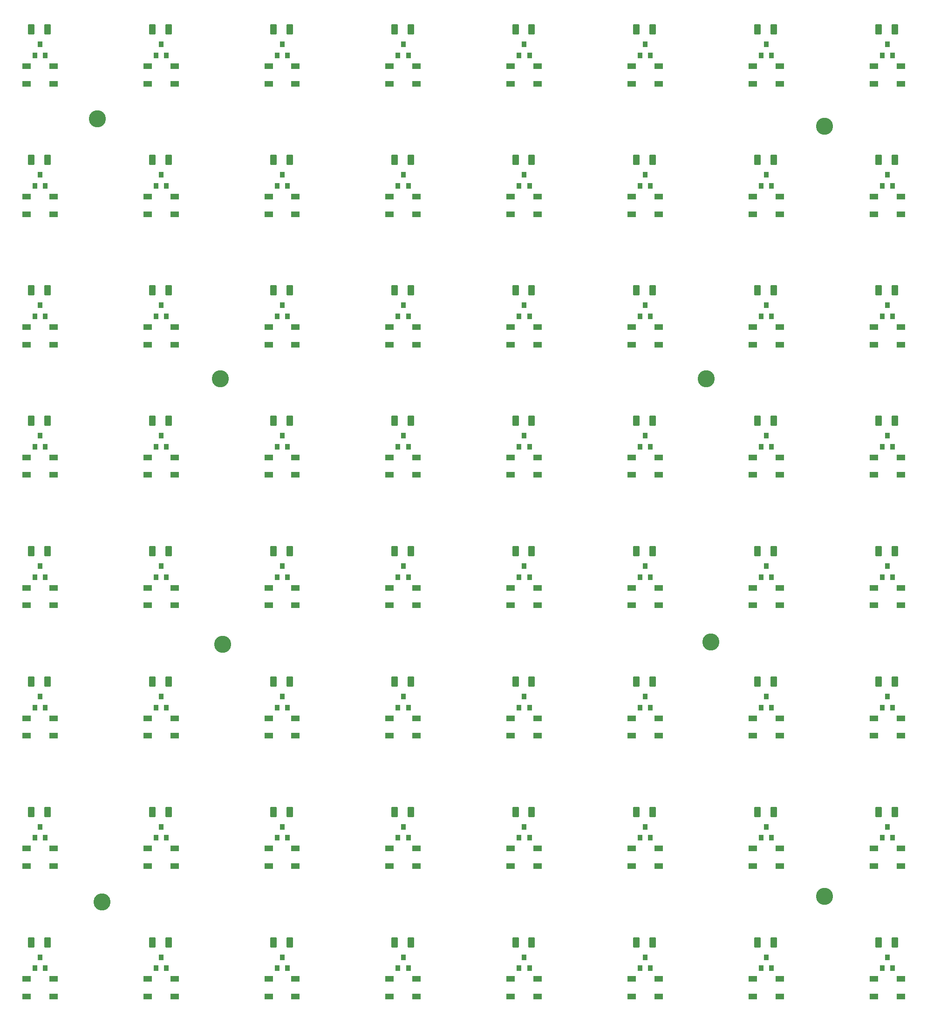
<source format=gbr>
%TF.GenerationSoftware,KiCad,Pcbnew,(6.0.7-1)-1*%
%TF.CreationDate,2022-12-02T15:51:39+01:00*%
%TF.ProjectId,8x8,3878382e-6b69-4636-9164-5f7063625858,rev?*%
%TF.SameCoordinates,Original*%
%TF.FileFunction,Soldermask,Top*%
%TF.FilePolarity,Negative*%
%FSLAX46Y46*%
G04 Gerber Fmt 4.6, Leading zero omitted, Abs format (unit mm)*
G04 Created by KiCad (PCBNEW (6.0.7-1)-1) date 2022-12-02 15:51:39*
%MOMM*%
%LPD*%
G01*
G04 APERTURE LIST*
G04 Aperture macros list*
%AMRoundRect*
0 Rectangle with rounded corners*
0 $1 Rounding radius*
0 $2 $3 $4 $5 $6 $7 $8 $9 X,Y pos of 4 corners*
0 Add a 4 corners polygon primitive as box body*
4,1,4,$2,$3,$4,$5,$6,$7,$8,$9,$2,$3,0*
0 Add four circle primitives for the rounded corners*
1,1,$1+$1,$2,$3*
1,1,$1+$1,$4,$5*
1,1,$1+$1,$6,$7*
1,1,$1+$1,$8,$9*
0 Add four rect primitives between the rounded corners*
20,1,$1+$1,$2,$3,$4,$5,0*
20,1,$1+$1,$4,$5,$6,$7,0*
20,1,$1+$1,$6,$7,$8,$9,0*
20,1,$1+$1,$8,$9,$2,$3,0*%
G04 Aperture macros list end*
%ADD10RoundRect,0.050000X0.750000X0.500000X-0.750000X0.500000X-0.750000X-0.500000X0.750000X-0.500000X0*%
%ADD11RoundRect,0.050000X-0.750000X-0.500000X0.750000X-0.500000X0.750000X0.500000X-0.750000X0.500000X0*%
%ADD12RoundRect,0.050000X0.400000X-0.450000X0.400000X0.450000X-0.400000X0.450000X-0.400000X-0.450000X0*%
%ADD13RoundRect,0.300000X0.325000X0.650000X-0.325000X0.650000X-0.325000X-0.650000X0.325000X-0.650000X0*%
%ADD14C,3.100000*%
%ADD15RoundRect,0.300000X-0.325000X-0.650000X0.325000X-0.650000X0.325000X0.650000X-0.325000X0.650000X0*%
G04 APERTURE END LIST*
D10*
%TO.C,D1*%
X25526201Y-44296401D03*
X25526201Y-47496401D03*
X30426201Y-47496401D03*
X30426201Y-44296401D03*
%TD*%
%TO.C,D2*%
X47526201Y-44296401D03*
X47526201Y-47496401D03*
X52426201Y-47496401D03*
X52426201Y-44296401D03*
%TD*%
%TO.C,D3*%
X69526201Y-44296401D03*
X69526201Y-47496401D03*
X74426201Y-47496401D03*
X74426201Y-44296401D03*
%TD*%
%TO.C,D4*%
X91526201Y-44296401D03*
X91526201Y-47496401D03*
X96426201Y-47496401D03*
X96426201Y-44296401D03*
%TD*%
%TO.C,D5*%
X113526201Y-44296401D03*
X113526201Y-47496401D03*
X118426201Y-47496401D03*
X118426201Y-44296401D03*
%TD*%
%TO.C,D6*%
X135526201Y-44296401D03*
X135526201Y-47496401D03*
X140426201Y-47496401D03*
X140426201Y-44296401D03*
%TD*%
%TO.C,D7*%
X157526201Y-44296401D03*
X157526201Y-47496401D03*
X162426201Y-47496401D03*
X162426201Y-44296401D03*
%TD*%
%TO.C,D8*%
X179526201Y-44296401D03*
X179526201Y-47496401D03*
X184426201Y-47496401D03*
X184426201Y-44296401D03*
%TD*%
D11*
%TO.C,D9*%
X30426201Y-71196401D03*
X30426201Y-67996401D03*
X25526201Y-67996401D03*
X25526201Y-71196401D03*
%TD*%
%TO.C,D10*%
X52426201Y-71196401D03*
X52426201Y-67996401D03*
X47526201Y-67996401D03*
X47526201Y-71196401D03*
%TD*%
%TO.C,D11*%
X74426201Y-71196401D03*
X74426201Y-67996401D03*
X69526201Y-67996401D03*
X69526201Y-71196401D03*
%TD*%
%TO.C,D12*%
X96426201Y-71196401D03*
X96426201Y-67996401D03*
X91526201Y-67996401D03*
X91526201Y-71196401D03*
%TD*%
%TO.C,D13*%
X118426201Y-71196401D03*
X118426201Y-67996401D03*
X113526201Y-67996401D03*
X113526201Y-71196401D03*
%TD*%
%TO.C,D14*%
X140426201Y-71196401D03*
X140426201Y-67996401D03*
X135526201Y-67996401D03*
X135526201Y-71196401D03*
%TD*%
%TO.C,D15*%
X162426201Y-71196401D03*
X162426201Y-67996401D03*
X157526201Y-67996401D03*
X157526201Y-71196401D03*
%TD*%
%TO.C,D16*%
X184426201Y-71196401D03*
X184426201Y-67996401D03*
X179526201Y-67996401D03*
X179526201Y-71196401D03*
%TD*%
D10*
%TO.C,D17*%
X25526201Y-91696401D03*
X25526201Y-94896401D03*
X30426201Y-94896401D03*
X30426201Y-91696401D03*
%TD*%
%TO.C,D18*%
X47526201Y-91696401D03*
X47526201Y-94896401D03*
X52426201Y-94896401D03*
X52426201Y-91696401D03*
%TD*%
%TO.C,D19*%
X69526201Y-91696401D03*
X69526201Y-94896401D03*
X74426201Y-94896401D03*
X74426201Y-91696401D03*
%TD*%
%TO.C,D20*%
X91526201Y-91696401D03*
X91526201Y-94896401D03*
X96426201Y-94896401D03*
X96426201Y-91696401D03*
%TD*%
%TO.C,D21*%
X113526201Y-91696401D03*
X113526201Y-94896401D03*
X118426201Y-94896401D03*
X118426201Y-91696401D03*
%TD*%
%TO.C,D22*%
X135526201Y-91696401D03*
X135526201Y-94896401D03*
X140426201Y-94896401D03*
X140426201Y-91696401D03*
%TD*%
%TO.C,D23*%
X157526201Y-91696401D03*
X157526201Y-94896401D03*
X162426201Y-94896401D03*
X162426201Y-91696401D03*
%TD*%
%TO.C,D24*%
X179526201Y-91696401D03*
X179526201Y-94896401D03*
X184426201Y-94896401D03*
X184426201Y-91696401D03*
%TD*%
D11*
%TO.C,D25*%
X30426201Y-118596401D03*
X30426201Y-115396401D03*
X25526201Y-115396401D03*
X25526201Y-118596401D03*
%TD*%
%TO.C,D26*%
X52426201Y-118596401D03*
X52426201Y-115396401D03*
X47526201Y-115396401D03*
X47526201Y-118596401D03*
%TD*%
%TO.C,D27*%
X74426201Y-118596401D03*
X74426201Y-115396401D03*
X69526201Y-115396401D03*
X69526201Y-118596401D03*
%TD*%
%TO.C,D28*%
X96426201Y-118596401D03*
X96426201Y-115396401D03*
X91526201Y-115396401D03*
X91526201Y-118596401D03*
%TD*%
%TO.C,D29*%
X118426201Y-118596401D03*
X118426201Y-115396401D03*
X113526201Y-115396401D03*
X113526201Y-118596401D03*
%TD*%
%TO.C,D30*%
X140426201Y-118596401D03*
X140426201Y-115396401D03*
X135526201Y-115396401D03*
X135526201Y-118596401D03*
%TD*%
%TO.C,D31*%
X162426201Y-118596401D03*
X162426201Y-115396401D03*
X157526201Y-115396401D03*
X157526201Y-118596401D03*
%TD*%
%TO.C,D32*%
X184426201Y-118596401D03*
X184426201Y-115396401D03*
X179526201Y-115396401D03*
X179526201Y-118596401D03*
%TD*%
D10*
%TO.C,D33*%
X25526201Y-139096401D03*
X25526201Y-142296401D03*
X30426201Y-142296401D03*
X30426201Y-139096401D03*
%TD*%
%TO.C,D34*%
X47526201Y-139096401D03*
X47526201Y-142296401D03*
X52426201Y-142296401D03*
X52426201Y-139096401D03*
%TD*%
%TO.C,D35*%
X69526201Y-139096401D03*
X69526201Y-142296401D03*
X74426201Y-142296401D03*
X74426201Y-139096401D03*
%TD*%
%TO.C,D36*%
X91526201Y-139096401D03*
X91526201Y-142296401D03*
X96426201Y-142296401D03*
X96426201Y-139096401D03*
%TD*%
%TO.C,D37*%
X113526201Y-139096401D03*
X113526201Y-142296401D03*
X118426201Y-142296401D03*
X118426201Y-139096401D03*
%TD*%
%TO.C,D38*%
X135526201Y-139096401D03*
X135526201Y-142296401D03*
X140426201Y-142296401D03*
X140426201Y-139096401D03*
%TD*%
%TO.C,D39*%
X157526201Y-139096401D03*
X157526201Y-142296401D03*
X162426201Y-142296401D03*
X162426201Y-139096401D03*
%TD*%
%TO.C,D40*%
X179526201Y-139096401D03*
X179526201Y-142296401D03*
X184426201Y-142296401D03*
X184426201Y-139096401D03*
%TD*%
D11*
%TO.C,D41*%
X30426201Y-165996401D03*
X30426201Y-162796401D03*
X25526201Y-162796401D03*
X25526201Y-165996401D03*
%TD*%
%TO.C,D42*%
X52426201Y-165996401D03*
X52426201Y-162796401D03*
X47526201Y-162796401D03*
X47526201Y-165996401D03*
%TD*%
%TO.C,D43*%
X74426201Y-165996401D03*
X74426201Y-162796401D03*
X69526201Y-162796401D03*
X69526201Y-165996401D03*
%TD*%
%TO.C,D44*%
X96426201Y-165996401D03*
X96426201Y-162796401D03*
X91526201Y-162796401D03*
X91526201Y-165996401D03*
%TD*%
%TO.C,D45*%
X118426201Y-165996401D03*
X118426201Y-162796401D03*
X113526201Y-162796401D03*
X113526201Y-165996401D03*
%TD*%
%TO.C,D46*%
X140426201Y-165996401D03*
X140426201Y-162796401D03*
X135526201Y-162796401D03*
X135526201Y-165996401D03*
%TD*%
%TO.C,D47*%
X162426201Y-165996401D03*
X162426201Y-162796401D03*
X157526201Y-162796401D03*
X157526201Y-165996401D03*
%TD*%
%TO.C,D48*%
X184426201Y-165996401D03*
X184426201Y-162796401D03*
X179526201Y-162796401D03*
X179526201Y-165996401D03*
%TD*%
D10*
%TO.C,D49*%
X25526201Y-186496401D03*
X25526201Y-189696401D03*
X30426201Y-189696401D03*
X30426201Y-186496401D03*
%TD*%
%TO.C,D50*%
X47526201Y-186496401D03*
X47526201Y-189696401D03*
X52426201Y-189696401D03*
X52426201Y-186496401D03*
%TD*%
%TO.C,D51*%
X69526201Y-186496401D03*
X69526201Y-189696401D03*
X74426201Y-189696401D03*
X74426201Y-186496401D03*
%TD*%
%TO.C,D52*%
X91526201Y-186496401D03*
X91526201Y-189696401D03*
X96426201Y-189696401D03*
X96426201Y-186496401D03*
%TD*%
%TO.C,D53*%
X113526201Y-186496401D03*
X113526201Y-189696401D03*
X118426201Y-189696401D03*
X118426201Y-186496401D03*
%TD*%
%TO.C,D54*%
X135526201Y-186496401D03*
X135526201Y-189696401D03*
X140426201Y-189696401D03*
X140426201Y-186496401D03*
%TD*%
%TO.C,D55*%
X157526201Y-186496401D03*
X157526201Y-189696401D03*
X162426201Y-189696401D03*
X162426201Y-186496401D03*
%TD*%
%TO.C,D56*%
X179526201Y-186496401D03*
X179526201Y-189696401D03*
X184426201Y-189696401D03*
X184426201Y-186496401D03*
%TD*%
D11*
%TO.C,D57*%
X30426201Y-213396401D03*
X30426201Y-210196401D03*
X25526201Y-210196401D03*
X25526201Y-213396401D03*
%TD*%
%TO.C,D58*%
X52426201Y-213396401D03*
X52426201Y-210196401D03*
X47526201Y-210196401D03*
X47526201Y-213396401D03*
%TD*%
%TO.C,D59*%
X74426201Y-213396401D03*
X74426201Y-210196401D03*
X69526201Y-210196401D03*
X69526201Y-213396401D03*
%TD*%
%TO.C,D60*%
X96426201Y-213396401D03*
X96426201Y-210196401D03*
X91526201Y-210196401D03*
X91526201Y-213396401D03*
%TD*%
%TO.C,D61*%
X118426201Y-213396401D03*
X118426201Y-210196401D03*
X113526201Y-210196401D03*
X113526201Y-213396401D03*
%TD*%
%TO.C,D62*%
X140426201Y-213396401D03*
X140426201Y-210196401D03*
X135526201Y-210196401D03*
X135526201Y-213396401D03*
%TD*%
%TO.C,D63*%
X162426201Y-213396401D03*
X162426201Y-210196401D03*
X157526201Y-210196401D03*
X157526201Y-213396401D03*
%TD*%
%TO.C,D64*%
X184426201Y-213396401D03*
X184426201Y-210196401D03*
X179526201Y-210196401D03*
X179526201Y-213396401D03*
%TD*%
D12*
%TO.C,U1*%
X27050000Y-42350000D03*
X28950000Y-42350000D03*
X28000000Y-40350000D03*
%TD*%
%TO.C,U2*%
X49050000Y-42350000D03*
X50950000Y-42350000D03*
X50000000Y-40350000D03*
%TD*%
%TO.C,U3*%
X71050000Y-42350000D03*
X72950000Y-42350000D03*
X72000000Y-40350000D03*
%TD*%
%TO.C,U4*%
X93050000Y-42350000D03*
X94950000Y-42350000D03*
X94000000Y-40350000D03*
%TD*%
%TO.C,U5*%
X115050000Y-42350000D03*
X116950000Y-42350000D03*
X116000000Y-40350000D03*
%TD*%
%TO.C,U6*%
X137050000Y-42350000D03*
X138950000Y-42350000D03*
X138000000Y-40350000D03*
%TD*%
%TO.C,U7*%
X159050000Y-42350000D03*
X160950000Y-42350000D03*
X160000000Y-40350000D03*
%TD*%
%TO.C,U8*%
X181050000Y-42350000D03*
X182950000Y-42350000D03*
X182000000Y-40350000D03*
%TD*%
%TO.C,U9*%
X27050000Y-66050000D03*
X28950000Y-66050000D03*
X28000000Y-64050000D03*
%TD*%
%TO.C,U10*%
X49050000Y-66050000D03*
X50950000Y-66050000D03*
X50000000Y-64050000D03*
%TD*%
%TO.C,U11*%
X71050000Y-66050000D03*
X72950000Y-66050000D03*
X72000000Y-64050000D03*
%TD*%
%TO.C,U12*%
X93050000Y-66050000D03*
X94950000Y-66050000D03*
X94000000Y-64050000D03*
%TD*%
%TO.C,U13*%
X115050000Y-66050000D03*
X116950000Y-66050000D03*
X116000000Y-64050000D03*
%TD*%
%TO.C,U14*%
X137050000Y-66050000D03*
X138950000Y-66050000D03*
X138000000Y-64050000D03*
%TD*%
%TO.C,U15*%
X159050000Y-66050000D03*
X160950000Y-66050000D03*
X160000000Y-64050000D03*
%TD*%
%TO.C,U16*%
X181050000Y-66050000D03*
X182950000Y-66050000D03*
X182000000Y-64050000D03*
%TD*%
%TO.C,U17*%
X27050000Y-89750000D03*
X28950000Y-89750000D03*
X28000000Y-87750000D03*
%TD*%
%TO.C,U18*%
X49050000Y-89750000D03*
X50950000Y-89750000D03*
X50000000Y-87750000D03*
%TD*%
%TO.C,U19*%
X71050000Y-89750000D03*
X72950000Y-89750000D03*
X72000000Y-87750000D03*
%TD*%
%TO.C,U20*%
X93050000Y-89750000D03*
X94950000Y-89750000D03*
X94000000Y-87750000D03*
%TD*%
%TO.C,U21*%
X115050000Y-89750000D03*
X116950000Y-89750000D03*
X116000000Y-87750000D03*
%TD*%
%TO.C,U22*%
X137050000Y-89750000D03*
X138950000Y-89750000D03*
X138000000Y-87750000D03*
%TD*%
%TO.C,U23*%
X159050000Y-89750000D03*
X160950000Y-89750000D03*
X160000000Y-87750000D03*
%TD*%
%TO.C,U24*%
X181050000Y-89750000D03*
X182950000Y-89750000D03*
X182000000Y-87750000D03*
%TD*%
%TO.C,U25*%
X27050000Y-113450000D03*
X28950000Y-113450000D03*
X28000000Y-111450000D03*
%TD*%
%TO.C,U26*%
X49050000Y-113450000D03*
X50950000Y-113450000D03*
X50000000Y-111450000D03*
%TD*%
%TO.C,U27*%
X71050000Y-113450000D03*
X72950000Y-113450000D03*
X72000000Y-111450000D03*
%TD*%
%TO.C,U28*%
X93050000Y-113450000D03*
X94950000Y-113450000D03*
X94000000Y-111450000D03*
%TD*%
%TO.C,U29*%
X115050000Y-113450000D03*
X116950000Y-113450000D03*
X116000000Y-111450000D03*
%TD*%
%TO.C,U30*%
X137050000Y-113450000D03*
X138950000Y-113450000D03*
X138000000Y-111450000D03*
%TD*%
%TO.C,U31*%
X159050000Y-113450000D03*
X160950000Y-113450000D03*
X160000000Y-111450000D03*
%TD*%
%TO.C,U32*%
X181050000Y-113450000D03*
X182950000Y-113450000D03*
X182000000Y-111450000D03*
%TD*%
%TO.C,U33*%
X27050000Y-137150000D03*
X28950000Y-137150000D03*
X28000000Y-135150000D03*
%TD*%
%TO.C,U34*%
X49050000Y-137150000D03*
X50950000Y-137150000D03*
X50000000Y-135150000D03*
%TD*%
%TO.C,U35*%
X71050000Y-137150000D03*
X72950000Y-137150000D03*
X72000000Y-135150000D03*
%TD*%
%TO.C,U36*%
X93050000Y-137150000D03*
X94950000Y-137150000D03*
X94000000Y-135150000D03*
%TD*%
%TO.C,U37*%
X115050000Y-137150000D03*
X116950000Y-137150000D03*
X116000000Y-135150000D03*
%TD*%
%TO.C,U38*%
X137050000Y-137150000D03*
X138950000Y-137150000D03*
X138000000Y-135150000D03*
%TD*%
%TO.C,U39*%
X159050000Y-137150000D03*
X160950000Y-137150000D03*
X160000000Y-135150000D03*
%TD*%
%TO.C,U40*%
X181050000Y-137150000D03*
X182950000Y-137150000D03*
X182000000Y-135150000D03*
%TD*%
%TO.C,U41*%
X27050000Y-160850000D03*
X28950000Y-160850000D03*
X28000000Y-158850000D03*
%TD*%
%TO.C,U42*%
X49050000Y-160850000D03*
X50950000Y-160850000D03*
X50000000Y-158850000D03*
%TD*%
%TO.C,U43*%
X71050000Y-160850000D03*
X72950000Y-160850000D03*
X72000000Y-158850000D03*
%TD*%
%TO.C,U44*%
X93050000Y-160850000D03*
X94950000Y-160850000D03*
X94000000Y-158850000D03*
%TD*%
%TO.C,U45*%
X115050000Y-160850000D03*
X116950000Y-160850000D03*
X116000000Y-158850000D03*
%TD*%
%TO.C,U46*%
X137050000Y-160850000D03*
X138950000Y-160850000D03*
X138000000Y-158850000D03*
%TD*%
%TO.C,U47*%
X159050000Y-160850000D03*
X160950000Y-160850000D03*
X160000000Y-158850000D03*
%TD*%
%TO.C,U48*%
X181050000Y-160850000D03*
X182950000Y-160850000D03*
X182000000Y-158850000D03*
%TD*%
%TO.C,U49*%
X27050000Y-184550000D03*
X28950000Y-184550000D03*
X28000000Y-182550000D03*
%TD*%
%TO.C,U50*%
X49050000Y-184550000D03*
X50950000Y-184550000D03*
X50000000Y-182550000D03*
%TD*%
%TO.C,U51*%
X71050000Y-184550000D03*
X72950000Y-184550000D03*
X72000000Y-182550000D03*
%TD*%
%TO.C,U52*%
X93050000Y-184550000D03*
X94950000Y-184550000D03*
X94000000Y-182550000D03*
%TD*%
%TO.C,U53*%
X115050000Y-184550000D03*
X116950000Y-184550000D03*
X116000000Y-182550000D03*
%TD*%
%TO.C,U54*%
X137050000Y-184550000D03*
X138950000Y-184550000D03*
X138000000Y-182550000D03*
%TD*%
%TO.C,U55*%
X159050000Y-184550000D03*
X160950000Y-184550000D03*
X160000000Y-182550000D03*
%TD*%
%TO.C,U56*%
X181050000Y-184550000D03*
X182950000Y-184550000D03*
X182000000Y-182550000D03*
%TD*%
%TO.C,U57*%
X27050000Y-208250000D03*
X28950000Y-208250000D03*
X28000000Y-206250000D03*
%TD*%
%TO.C,U58*%
X49050000Y-208250000D03*
X50950000Y-208250000D03*
X50000000Y-206250000D03*
%TD*%
%TO.C,U59*%
X71050000Y-208250000D03*
X72950000Y-208250000D03*
X72000000Y-206250000D03*
%TD*%
%TO.C,U60*%
X93050000Y-208250000D03*
X94950000Y-208250000D03*
X94000000Y-206250000D03*
%TD*%
%TO.C,U61*%
X115050000Y-208250000D03*
X116950000Y-208250000D03*
X116000000Y-206250000D03*
%TD*%
%TO.C,U62*%
X137050000Y-208250000D03*
X138950000Y-208250000D03*
X138000000Y-206250000D03*
%TD*%
%TO.C,U63*%
X159050000Y-208250000D03*
X160950000Y-208250000D03*
X160000000Y-206250000D03*
%TD*%
%TO.C,U64*%
X181050000Y-208250000D03*
X182950000Y-208250000D03*
X182000000Y-206250000D03*
%TD*%
D13*
%TO.C,C1*%
X29351800Y-37650000D03*
X26401800Y-37650000D03*
%TD*%
D14*
%TO.C,m1*%
X38440000Y-53830000D03*
%TD*%
D13*
%TO.C,C5*%
X117351800Y-37650000D03*
X114401800Y-37650000D03*
%TD*%
%TO.C,C39*%
X161351800Y-132450000D03*
X158401800Y-132450000D03*
%TD*%
%TO.C,C34*%
X51351800Y-132450000D03*
X48401800Y-132450000D03*
%TD*%
%TO.C,C6*%
X139351800Y-37650000D03*
X136401800Y-37650000D03*
%TD*%
D15*
%TO.C,C44*%
X92401800Y-156150000D03*
X95351800Y-156150000D03*
%TD*%
D13*
%TO.C,C22*%
X139351800Y-85050000D03*
X136401800Y-85050000D03*
%TD*%
%TO.C,C52*%
X95351800Y-179850000D03*
X92401800Y-179850000D03*
%TD*%
%TO.C,C19*%
X73351800Y-85050000D03*
X70401800Y-85050000D03*
%TD*%
%TO.C,C55*%
X161351800Y-179850000D03*
X158401800Y-179850000D03*
%TD*%
%TO.C,C20*%
X95351800Y-85050000D03*
X92401800Y-85050000D03*
%TD*%
%TO.C,C18*%
X51351800Y-85050000D03*
X48401800Y-85050000D03*
%TD*%
%TO.C,C24*%
X183351800Y-85050000D03*
X180401800Y-85050000D03*
%TD*%
%TO.C,C49*%
X29351800Y-179850000D03*
X26401800Y-179850000D03*
%TD*%
%TO.C,C17*%
X29351800Y-85050000D03*
X26401800Y-85050000D03*
%TD*%
%TO.C,C7*%
X161351800Y-37650000D03*
X158401800Y-37650000D03*
%TD*%
D15*
%TO.C,C9*%
X26401800Y-61350000D03*
X29351800Y-61350000D03*
%TD*%
%TO.C,C58*%
X48401800Y-203550000D03*
X51351800Y-203550000D03*
%TD*%
%TO.C,C14*%
X136401800Y-61350000D03*
X139351800Y-61350000D03*
%TD*%
D13*
%TO.C,C33*%
X29351800Y-132450000D03*
X26401800Y-132450000D03*
%TD*%
D15*
%TO.C,C29*%
X114401800Y-108750000D03*
X117351800Y-108750000D03*
%TD*%
D13*
%TO.C,C3*%
X73351800Y-37650000D03*
X70401800Y-37650000D03*
%TD*%
%TO.C,C53*%
X117351800Y-179850000D03*
X114401800Y-179850000D03*
%TD*%
D15*
%TO.C,C60*%
X92401800Y-203550000D03*
X95351800Y-203550000D03*
%TD*%
%TO.C,C45*%
X114401800Y-156150000D03*
X117351800Y-156150000D03*
%TD*%
D13*
%TO.C,C51*%
X73351800Y-179850000D03*
X70401800Y-179850000D03*
%TD*%
%TO.C,C37*%
X117351800Y-132450000D03*
X114401800Y-132450000D03*
%TD*%
%TO.C,C23*%
X161351800Y-85050000D03*
X158401800Y-85050000D03*
%TD*%
D14*
%TO.C,m1*%
X60780000Y-101100000D03*
%TD*%
%TO.C,m1*%
X39220000Y-196200000D03*
%TD*%
D15*
%TO.C,C15*%
X158401800Y-61350000D03*
X161351800Y-61350000D03*
%TD*%
D13*
%TO.C,C54*%
X139351800Y-179850000D03*
X136401800Y-179850000D03*
%TD*%
D15*
%TO.C,C47*%
X158401800Y-156150000D03*
X161351800Y-156150000D03*
%TD*%
D14*
%TO.C,m1*%
X170540000Y-195150000D03*
%TD*%
D15*
%TO.C,C43*%
X70401800Y-156150000D03*
X73351800Y-156150000D03*
%TD*%
%TO.C,C57*%
X26401800Y-203550000D03*
X29351800Y-203550000D03*
%TD*%
D13*
%TO.C,C4*%
X95351800Y-37650000D03*
X92401800Y-37650000D03*
%TD*%
D15*
%TO.C,C46*%
X136401800Y-156150000D03*
X139351800Y-156150000D03*
%TD*%
%TO.C,C32*%
X180401800Y-108750000D03*
X183351800Y-108750000D03*
%TD*%
%TO.C,C26*%
X48401800Y-108750000D03*
X51351800Y-108750000D03*
%TD*%
D14*
%TO.C,m2*%
X170580000Y-55210000D03*
%TD*%
D15*
%TO.C,C42*%
X48401800Y-156150000D03*
X51351800Y-156150000D03*
%TD*%
D14*
%TO.C,m1*%
X149030000Y-101100000D03*
%TD*%
D13*
%TO.C,C40*%
X183351800Y-132450000D03*
X180401800Y-132450000D03*
%TD*%
D15*
%TO.C,C25*%
X26401800Y-108750000D03*
X29351800Y-108750000D03*
%TD*%
%TO.C,C10*%
X48401800Y-61350000D03*
X51351800Y-61350000D03*
%TD*%
%TO.C,C27*%
X70401800Y-108750000D03*
X73351800Y-108750000D03*
%TD*%
%TO.C,C30*%
X136401800Y-108750000D03*
X139351800Y-108750000D03*
%TD*%
%TO.C,C64*%
X180401800Y-203550000D03*
X183351800Y-203550000D03*
%TD*%
%TO.C,C28*%
X92401800Y-108750000D03*
X95351800Y-108750000D03*
%TD*%
D13*
%TO.C,C8*%
X183351800Y-37650000D03*
X180401800Y-37650000D03*
%TD*%
D15*
%TO.C,C16*%
X180401800Y-61350000D03*
X183351800Y-61350000D03*
%TD*%
%TO.C,C13*%
X114401800Y-61350000D03*
X117351800Y-61350000D03*
%TD*%
D13*
%TO.C,C2*%
X51351800Y-37650000D03*
X48401800Y-37650000D03*
%TD*%
D15*
%TO.C,C62*%
X136401800Y-203550000D03*
X139351800Y-203550000D03*
%TD*%
%TO.C,C48*%
X180401800Y-156150000D03*
X183351800Y-156150000D03*
%TD*%
%TO.C,C59*%
X70401800Y-203550000D03*
X73351800Y-203550000D03*
%TD*%
D13*
%TO.C,C56*%
X183351800Y-179850000D03*
X180401800Y-179850000D03*
%TD*%
D15*
%TO.C,C11*%
X70401800Y-61350000D03*
X73351800Y-61350000D03*
%TD*%
%TO.C,C31*%
X158401800Y-108750000D03*
X161351800Y-108750000D03*
%TD*%
D13*
%TO.C,C38*%
X139351800Y-132450000D03*
X136401800Y-132450000D03*
%TD*%
%TO.C,C36*%
X95351800Y-132450000D03*
X92401800Y-132450000D03*
%TD*%
D15*
%TO.C,C41*%
X26401800Y-156150000D03*
X29351800Y-156150000D03*
%TD*%
D13*
%TO.C,C35*%
X73351800Y-132450000D03*
X70401800Y-132450000D03*
%TD*%
%TO.C,C50*%
X51351800Y-179850000D03*
X48401800Y-179850000D03*
%TD*%
D14*
%TO.C,m1*%
X61180000Y-149380000D03*
%TD*%
D15*
%TO.C,C12*%
X92401800Y-61350000D03*
X95351800Y-61350000D03*
%TD*%
%TO.C,C63*%
X158401800Y-203550000D03*
X161351800Y-203550000D03*
%TD*%
D14*
%TO.C,m1*%
X149880000Y-148930000D03*
%TD*%
D13*
%TO.C,C21*%
X117351800Y-85050000D03*
X114401800Y-85050000D03*
%TD*%
D15*
%TO.C,C61*%
X114401800Y-203550000D03*
X117351800Y-203550000D03*
%TD*%
M02*

</source>
